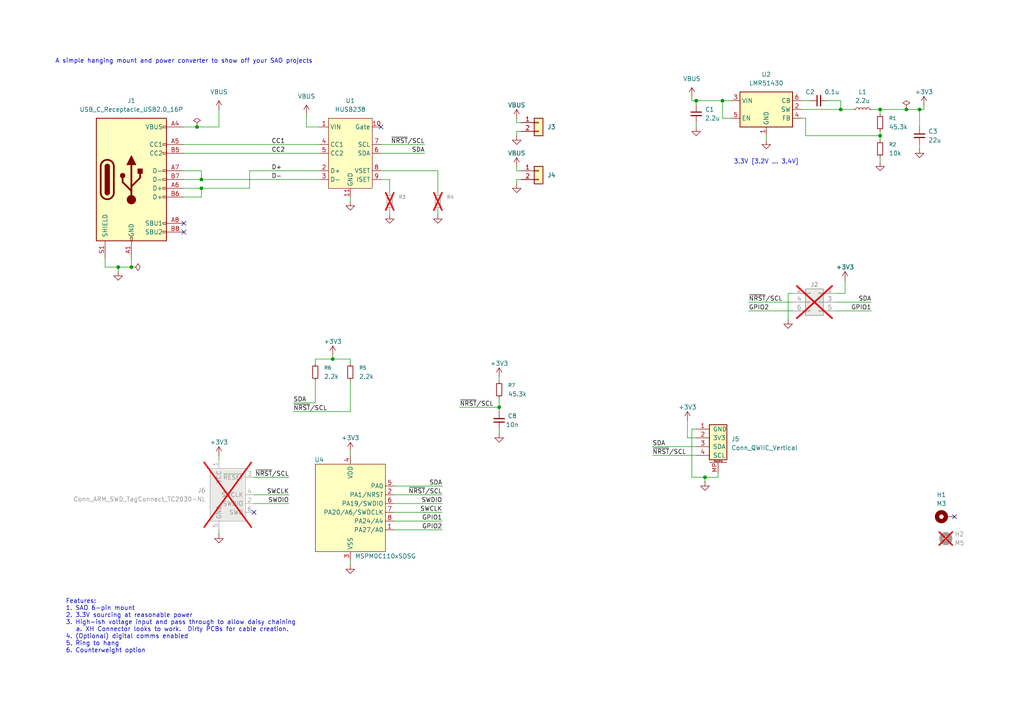
<source format=kicad_sch>
(kicad_sch (version 20250114) (generator "eeschema") (generator_version "9.0")
  (paper "A4")
  (lib_symbols
    (symbol "Connector:Conn_ARM_SWD_TagConnect_TC2030-NL" (in_bom no)
      (property "Reference" "J" (at 2.54 11.43 0))
      (property "Value" "Conn_ARM_SWD_TagConnect_TC2030-NL" (at 2.54 8.89 0))
      (symbol "Conn_ARM_SWD_TagConnect_TC2030-NL_0_0"
        (pin power_in line (at -2.54 10.16 270) (length 2.54) (name "VCC") (number "1"))
        (pin power_in line (at -2.54 -10.16 90) (length 2.54) (name "GND") (number "5"))
        (pin open_collector line (at 7.62 5.08 180) (length 2.54) (name "~{RESET}") (number "3"))
        (pin output line (at 7.62 0 180) (length 2.54) (name "SWCLK") (number "4"))
        (pin bidirectional line (at 7.62 -2.54 180) (length 2.54) (name "SWDIO") (number "2"))
        (pin input line (at 7.62 -5.08 180) (length 2.54) (name "SWO") (number "6"))
      )
      (symbol "Conn_ARM_SWD_TagConnect_TC2030-NL_0_1"
        (rectangle (start -5.08 7.62) (end 5.08 -7.62) (fill (type background)))
      )
    )
    (symbol "Connector:USB_C_Receptacle_USB2.0_16P" (pin_names (offset 1.016))
      (property "Reference" "J" (at 0 22.225 0))
      (property "Value" "USB_C_Receptacle_USB2.0_16P" (at 0 19.685 0))
      (symbol "USB_C_Receptacle_USB2.0_16P_0_0"
        (rectangle (start -0.254 -17.78) (end 0.254 -16.764))
        (rectangle (start 10.16 15.494) (end 9.144 14.986))
        (rectangle (start 10.16 10.414) (end 9.144 9.906))
        (rectangle (start 10.16 7.874) (end 9.144 7.366))
        (rectangle (start 10.16 2.794) (end 9.144 2.286))
        (rectangle (start 10.16 0.254) (end 9.144 -0.254))
        (rectangle (start 10.16 -2.286) (end 9.144 -2.794))
        (rectangle (start 10.16 -4.826) (end 9.144 -5.334))
        (rectangle (start 10.16 -12.446) (end 9.144 -12.954))
        (rectangle (start 10.16 -14.986) (end 9.144 -15.494))
      )
      (symbol "USB_C_Receptacle_USB2.0_16P_0_1"
        (rectangle (start -10.16 17.78) (end 10.16 -17.78) (stroke (width 0.254)) (fill (type background)))
        (polyline (pts (xy -8.89 -3.81) (xy -8.89 3.81)) (stroke (width 0.508)))
        (rectangle (start -7.62 -3.81) (end -6.35 3.81) (stroke (width 0.254)) (fill (type outline)))
        (arc (start -7.62 3.81) (mid -6.985 4.4423) (end -6.35 3.81) (stroke (width 0.254)))
        (arc (start -7.62 3.81) (mid -6.985 4.4423) (end -6.35 3.81) (stroke (width 0.254)) (fill (type outline)))
        (arc (start -8.89 3.81) (mid -6.985 5.7067) (end -5.08 3.81) (stroke (width 0.508)))
        (arc (start -5.08 -3.81) (mid -6.985 -5.7067) (end -8.89 -3.81) (stroke (width 0.508)))
        (arc (start -6.35 -3.81) (mid -6.985 -4.4423) (end -7.62 -3.81) (stroke (width 0.254)))
        (arc (start -6.35 -3.81) (mid -6.985 -4.4423) (end -7.62 -3.81) (stroke (width 0.254)) (fill (type outline)))
        (polyline (pts (xy -5.08 3.81) (xy -5.08 -3.81)) (stroke (width 0.508)))
        (circle (center -2.54 1.143) (radius 0.635) (stroke (width 0.254)) (fill (type outline)))
        (polyline (pts (xy -1.27 4.318) (xy 0 6.858) (xy 1.27 4.318) (xy -1.27 4.318)) (stroke (width 0.254)) (fill (type outline)))
        (polyline (pts (xy 0 -2.032) (xy 2.54 0.508) (xy 2.54 1.778)) (stroke (width 0.508)))
        (polyline (pts (xy 0 -3.302) (xy -2.54 -0.762) (xy -2.54 0.508)) (stroke (width 0.508)))
        (polyline (pts (xy 0 -5.842) (xy 0 4.318)) (stroke (width 0.508)))
        (circle (center 0 -5.842) (radius 1.27) (fill (type outline)))
        (rectangle (start 1.905 1.778) (end 3.175 3.048) (stroke (width 0.254)) (fill (type outline)))
      )
      (symbol "USB_C_Receptacle_USB2.0_16P_1_1"
        (pin passive line (at -7.62 -22.86 90) (length 5.08) (name "SHIELD") (number "S1"))
        (pin passive line (at 0 -22.86 90) (length 5.08) (name "GND") (number "A1"))
        (pin passive line (at 0 -22.86 90) (length 5.08) (hide yes) (name "GND") (number "A12"))
        (pin passive line (at 0 -22.86 90) (length 5.08) (hide yes) (name "GND") (number "B1"))
        (pin passive line (at 0 -22.86 90) (length 5.08) (hide yes) (name "GND") (number "B12"))
        (pin passive line (at 15.24 15.24 180) (length 5.08) (name "VBUS") (number "A4"))
        (pin passive line (at 15.24 15.24 180) (length 5.08) (hide yes) (name "VBUS") (number "A9"))
        (pin passive line (at 15.24 15.24 180) (length 5.08) (hide yes) (name "VBUS") (number "B4"))
        (pin passive line (at 15.24 15.24 180) (length 5.08) (hide yes) (name "VBUS") (number "B9"))
        (pin bidirectional line (at 15.24 10.16 180) (length 5.08) (name "CC1") (number "A5"))
        (pin bidirectional line (at 15.24 7.62 180) (length 5.08) (name "CC2") (number "B5"))
        (pin bidirectional line (at 15.24 2.54 180) (length 5.08) (name "D-") (number "A7"))
        (pin bidirectional line (at 15.24 0 180) (length 5.08) (name "D-") (number "B7"))
        (pin bidirectional line (at 15.24 -2.54 180) (length 5.08) (name "D+") (number "A6"))
        (pin bidirectional line (at 15.24 -5.08 180) (length 5.08) (name "D+") (number "B6"))
        (pin bidirectional line (at 15.24 -12.7 180) (length 5.08) (name "SBU1") (number "A8"))
        (pin bidirectional line (at 15.24 -15.24 180) (length 5.08) (name "SBU2") (number "B8"))
      )
    )
    (symbol "Connector_Generic:Conn_01x02" (pin_names (offset 1.016) (hide yes))
      (property "Reference" "J" (at 0 2.54 0))
      (property "Value" "Conn_01x02" (at 0 -5.08 0))
      (symbol "Conn_01x02_1_1"
        (rectangle (start -1.27 1.27) (end 1.27 -3.81) (stroke (width 0.254)) (fill (type background)))
        (rectangle (start -1.27 0.127) (end 0 -0.127) (stroke (width 0.1524)))
        (rectangle (start -1.27 -2.413) (end 0 -2.667) (stroke (width 0.1524)))
        (pin passive line (at -5.08 0 0) (length 3.81) (name "Pin_1") (number "1"))
        (pin passive line (at -5.08 -2.54 0) (length 3.81) (name "Pin_2") (number "2"))
      )
    )
    (symbol "Connector_Generic:Conn_02x03_Odd_Even" (pin_names (offset 1.016) (hide yes))
      (property "Reference" "J" (at 1.27 5.08 0))
      (property "Value" "Conn_02x03_Odd_Even" (at 1.27 -5.08 0))
      (symbol "Conn_02x03_Odd_Even_1_1"
        (rectangle (start -1.27 3.81) (end 3.81 -3.81) (stroke (width 0.254)) (fill (type background)))
        (rectangle (start -1.27 2.667) (end 0 2.413) (stroke (width 0.1524)))
        (rectangle (start -1.27 0.127) (end 0 -0.127) (stroke (width 0.1524)))
        (rectangle (start -1.27 -2.413) (end 0 -2.667) (stroke (width 0.1524)))
        (rectangle (start 3.81 2.667) (end 2.54 2.413) (stroke (width 0.1524)))
        (rectangle (start 3.81 0.127) (end 2.54 -0.127) (stroke (width 0.1524)))
        (rectangle (start 3.81 -2.413) (end 2.54 -2.667) (stroke (width 0.1524)))
        (pin passive line (at -5.08 2.54 0) (length 3.81) (name "Pin_1") (number "1"))
        (pin passive line (at -5.08 0 0) (length 3.81) (name "Pin_3") (number "3"))
        (pin passive line (at -5.08 -2.54 0) (length 3.81) (name "Pin_5") (number "5"))
        (pin passive line (at 7.62 2.54 180) (length 3.81) (name "Pin_2") (number "2"))
        (pin passive line (at 7.62 0 180) (length 3.81) (name "Pin_4") (number "4"))
        (pin passive line (at 7.62 -2.54 180) (length 3.81) (name "Pin_6") (number "6"))
      )
    )
    (symbol "Device:C_Small" (pin_numbers (hide yes)) (pin_names (offset 0.254) (hide yes))
      (property "Reference" "C" (at 0.254 1.778 0))
      (property "Value" "C_Small" (at 0.254 -2.032 0))
      (symbol "C_Small_0_1"
        (polyline (pts (xy -1.524 0.508) (xy 1.524 0.508)) (stroke (width 0.3048)))
        (polyline (pts (xy -1.524 -0.508) (xy 1.524 -0.508)) (stroke (width 0.3302)))
      )
      (symbol "C_Small_1_1"
        (pin passive line (at 0 2.54 270) (length 2.032) (name "~") (number "1"))
        (pin passive line (at 0 -2.54 90) (length 2.032) (name "~") (number "2"))
      )
    )
    (symbol "Device:L_Small" (pin_numbers (hide yes)) (pin_names (offset 0.254) (hide yes))
      (property "Reference" "L" (at 0.762 1.016 0))
      (property "Value" "L_Small" (at 0.762 -1.016 0))
      (symbol "L_Small_0_1"
        (arc (start 0 2.032) (mid 0.5058 1.524) (end 0 1.016))
        (arc (start 0 1.016) (mid 0.5058 0.508) (end 0 0))
        (arc (start 0 0) (mid 0.5058 -0.508) (end 0 -1.016))
        (arc (start 0 -1.016) (mid 0.5058 -1.524) (end 0 -2.032))
      )
      (symbol "L_Small_1_1"
        (pin passive line (at 0 2.54 270) (length 0.508) (name "~") (number "1"))
        (pin passive line (at 0 -2.54 90) (length 0.508) (name "~") (number "2"))
      )
    )
    (symbol "Device:R_Small" (pin_numbers (hide yes)) (pin_names (offset 0.254) (hide yes))
      (property "Reference" "R" (at 0 0 90))
      (property "Value" "R_Small" (at 1.778 0 90))
      (symbol "R_Small_0_1"
        (rectangle (start -0.762 1.778) (end 0.762 -1.778) (stroke (width 0.2032)))
      )
      (symbol "R_Small_1_1"
        (pin passive line (at 0 2.54 270) (length 0.762) (name "~") (number "1"))
        (pin passive line (at 0 -2.54 90) (length 0.762) (name "~") (number "2"))
      )
    )
    (symbol "Interface_USB:HUSB238_002DD"
      (property "Reference" "U" (at 0 12.7 0))
      (property "Value" "HUSB238" (at 0 10.16 0))
      (symbol "HUSB238_002DD_1_1"
        (rectangle (start -6.35 7.62) (end 6.35 -12.7) (fill (type background)))
        (pin power_in line (at -8.89 5.08 0) (length 2.54) (name "VIN") (number "1"))
        (pin input line (at -8.89 0 0) (length 2.54) (name "CC1") (number "4"))
        (pin input line (at -8.89 -2.54 0) (length 2.54) (name "CC2") (number "5"))
        (pin input line (at -8.89 -7.62 0) (length 2.54) (name "D+") (number "2"))
        (pin input line (at -8.89 -10.16 0) (length 2.54) (name "D-") (number "3"))
        (pin power_in line (at 0 -15.24 90) (length 2.54) (name "GND") (number "11"))
        (pin input line (at 8.89 5.08 180) (length 2.54) (name "Gate") (number "10"))
        (pin input line (at 8.89 0 180) (length 2.54) (name "SCL") (number "7"))
        (pin input line (at 8.89 -2.54 180) (length 2.54) (name "SDA") (number "6"))
        (pin input line (at 8.89 -7.62 180) (length 2.54) (name "VSET") (number "8"))
        (pin input line (at 8.89 -10.16 180) (length 2.54) (name "ISET") (number "9"))
      )
    )
    (symbol "Mechanical:MountingHole" (pin_names (offset 1.016)) (in_bom no)
      (property "Reference" "H" (at 0 5.08 0))
      (property "Value" "MountingHole" (at 0 3.175 0))
      (symbol "MountingHole_0_1"
        (circle (center 0 0) (radius 1.27) (stroke (width 1.27)))
      )
    )
    (symbol "Mechanical:MountingHole_Pad" (pin_numbers (hide yes)) (pin_names (offset 1.016) (hide yes)) (in_bom no)
      (property "Reference" "H" (at 0 6.35 0))
      (property "Value" "MountingHole_Pad" (at 0 4.445 0))
      (symbol "MountingHole_Pad_0_1"
        (circle (center 0 1.27) (radius 1.27) (stroke (width 1.27)))
      )
      (symbol "MountingHole_Pad_1_1"
        (pin input line (at 0 -2.54 90) (length 2.54) (name "1") (number "1"))
      )
    )
    (symbol "PartsBox:BM04B-SRSS-TBT(LF)(SN)" (pin_names (offset 1.016))
      (property "Reference" "J" (at 0 5.08 0))
      (property "Value" "Conn_QWIIC_Vertical" (at -5.08 10.16 0))
      (symbol "BM04B-SRSS-TBT(LF)(SN)_1_1"
        (rectangle (start -2.54 3.81) (end 2.54 -6.35) (stroke (width 0.254)) (fill (type background)))
        (polyline (pts (xy -2.54 -7.112) (xy 2.54 -7.112)) (stroke (width 0.1524)))
        (text "Mounting" (at 0 -6.731 0) (effects (font (size 0.381 0.381))))
        (pin passive line (at -6.35 2.54 0) (length 3.81) (name "GND") (number "1"))
        (pin passive line (at -6.35 0 0) (length 3.81) (name "3V3") (number "2"))
        (pin passive line (at -6.35 -2.54 0) (length 3.81) (name "SDA") (number "3"))
        (pin passive line (at -6.35 -5.08 0) (length 3.81) (name "SCL") (number "4"))
        (pin passive line (at 0 -10.16 90) (length 3.048) (name "") (number "MP"))
      )
    )
    (symbol "PartsBox:MSPM0C1104SDSGR"
      (property "Reference" "U" (at 0 0 0))
      (property "Value" "MSPM0C110xSDSG" (at 0 0 0))
      (symbol "MSPM0C1104SDSGR_1_1"
        (rectangle (start -10.16 11.43) (end 10.16 -13.97) (fill (type background)))
        (pin power_in line (at 0 13.97 270) (length 2.54) (name "VDD") (number "4"))
        (pin power_in line (at 0 -16.51 90) (length 2.54) (name "VSS") (number "3"))
        (pin passive line (at 0 -16.51 90) (length 2.54) (hide yes) (name "Thermal") (number "9"))
        (pin bidirectional line (at 12.7 5.08 180) (length 2.54) (name "PA0") (number "5"))
        (pin bidirectional line (at 12.7 2.54 180) (length 2.54) (name "PA1/NRST") (number "2"))
        (pin bidirectional line (at 12.7 0 180) (length 2.54) (name "PA19/SWDIO") (number "6"))
        (pin bidirectional line (at 12.7 -2.54 180) (length 2.54) (name "PA20/A6/SWDCLK") (number "7"))
        (pin bidirectional line (at 12.7 -5.08 180) (length 2.54) (name "PA24/A4") (number "8"))
        (pin input line (at 12.7 -7.62 180) (length 2.54) (name "PA27/A0") (number "1"))
      )
    )
    (symbol "Regulator_Switching:LMR51430"
      (property "Reference" "U" (at -7.62 6.35 0))
      (property "Value" "LMR51430" (at 0 6.35 0))
      (symbol "LMR51430_0_1"
        (rectangle (start -7.62 5.08) (end 7.62 -5.08) (stroke (width 0.254)) (fill (type background)))
      )
      (symbol "LMR51430_1_1"
        (pin power_in line (at -10.16 2.54 0) (length 2.54) (name "VIN") (number "3"))
        (pin input line (at -10.16 -2.54 0) (length 2.54) (name "EN") (number "5"))
        (pin power_in line (at 0 -7.62 90) (length 2.54) (name "GND") (number "1"))
        (pin passive line (at 10.16 2.54 180) (length 2.54) (name "CB") (number "6"))
        (pin power_out line (at 10.16 0 180) (length 2.54) (name "SW") (number "2"))
        (pin input line (at 10.16 -2.54 180) (length 2.54) (name "FB") (number "4"))
      )
    )
    (symbol "power:+3V3" (power) (pin_numbers (hide yes)) (pin_names (offset 0) (hide yes))
      (property "Value" "+3V3" (at 0 3.556 0))
      (symbol "+3V3_0_1"
        (polyline (pts (xy -0.762 1.27) (xy 0 2.54)))
        (polyline (pts (xy 0 2.54) (xy 0.762 1.27)))
        (polyline (pts (xy 0 0) (xy 0 2.54)))
      )
      (symbol "+3V3_1_1"
        (pin power_in line (at 0 0 90) (length 0) (name "~") (number "1"))
      )
    )
    (symbol "power:GND" (power) (pin_numbers (hide yes)) (pin_names (offset 0) (hide yes))
      (property "Value" "GND" (at 0 -3.81 0))
      (symbol "GND_0_1"
        (polyline (pts (xy 0 0) (xy 0 -1.27) (xy 1.27 -1.27) (xy 0 -2.54) (xy -1.27 -1.27) (xy 0 -1.27)))
      )
      (symbol "GND_1_1"
        (pin power_in line (at 0 0 270) (length 0) (name "~") (number "1"))
      )
    )
    (symbol "power:PWR_FLAG" (power) (pin_numbers (hide yes)) (pin_names (offset 0) (hide yes))
      (property "Value" "PWR_FLAG" (at 0 3.81 0))
      (symbol "PWR_FLAG_0_0"
        (pin power_out line (at 0 0 90) (length 0) (name "~") (number "1"))
      )
      (symbol "PWR_FLAG_0_1"
        (polyline (pts (xy 0 0) (xy 0 1.27) (xy -1.016 1.905) (xy 0 2.54) (xy 1.016 1.905) (xy 0 1.27)))
      )
    )
    (symbol "power:VBUS" (power) (pin_numbers (hide yes)) (pin_names (offset 0) (hide yes))
      (property "Value" "VBUS" (at 0 3.556 0))
      (symbol "VBUS_0_1"
        (polyline (pts (xy -0.762 1.27) (xy 0 2.54)))
        (polyline (pts (xy 0 2.54) (xy 0.762 1.27)))
        (polyline (pts (xy 0 0) (xy 0 2.54)))
      )
      (symbol "VBUS_1_1"
        (pin power_in line (at 0 0 90) (length 0) (name "~") (number "1"))
      )
    )
  )
  (text "A simple hanging mount and power converter to show off your SAO projects" (at 53.34 17.78 0) (effects (font (size 1.27 1.27))))
  (text "Features:\n1. SAO 6-pin mount\n2. 3.3V sourcing at reasonable power\n3. High-ish voltage input and pass through to allow daisy chaining\n   a. XH Connector looks to work.  Dirty PCBs for cable creation.\n4. (Optional) digital comms enabled\n5. Ring to hang\n6. Counterweight option" (at 19.05 181.61 0) (effects (font (size 1.27 1.27)) (justify left)))
  (text "3.3V [3.2V ... 3.4V]" (at 222.25 46.99 0) (effects (font (size 1.27 1.27))))
  (junction (at 243.84 31.75))
  (junction (at 255.27 31.75))
  (junction (at 201.93 29.21))
  (junction (at 144.78 118.11))
  (junction (at 209.55 29.21))
  (junction (at 96.52 104.14))
  (junction (at 255.27 39.37))
  (junction (at 266.7 31.75))
  (junction (at 38.1 77.47))
  (junction (at 34.29 77.47))
  (junction (at 204.47 138.43))
  (junction (at 58.42 52.07))
  (junction (at 57.15 36.83))
  (junction (at 58.42 54.61))
  (junction (at 262.89 31.75))
  (no_connect (at 53.34 67.31))
  (no_connect (at 53.34 64.77))
  (no_connect (at 73.66 148.59))
  (no_connect (at 110.49 36.83))
  (no_connect (at 276.86 149.86))
  (wire (pts (xy 110.49 41.91) (xy 123.19 41.91)))
  (wire (pts (xy 53.34 36.83) (xy 57.15 36.83)))
  (wire (pts (xy 217.17 90.17) (xy 229.87 90.17)))
  (wire (pts (xy 255.27 31.75) (xy 252.73 31.75)))
  (wire (pts (xy 114.3 151.13) (xy 128.27 151.13)))
  (wire (pts (xy 189.23 132.08) (xy 201.93 132.08)))
  (wire (pts (xy 114.3 148.59) (xy 128.27 148.59)))
  (wire (pts (xy 101.6 105.41) (xy 101.6 104.14)))
  (wire (pts (xy 73.66 138.43) (xy 83.82 138.43)))
  (wire (pts (xy 73.66 143.51) (xy 83.82 143.51)))
  (wire (pts (xy 101.6 119.38) (xy 101.6 110.49)))
  (wire (pts (xy 72.39 49.53) (xy 72.39 54.61)))
  (wire (pts (xy 234.95 29.21) (xy 232.41 29.21)))
  (wire (pts (xy 34.29 77.47) (xy 38.1 77.47)))
  (wire (pts (xy 217.17 87.63) (xy 229.87 87.63)))
  (wire (pts (xy 199.39 121.92) (xy 199.39 127)))
  (wire (pts (xy 58.42 54.61) (xy 72.39 54.61)))
  (wire (pts (xy 127 49.53) (xy 127 55.88)))
  (wire (pts (xy 92.71 49.53) (xy 72.39 49.53)))
  (wire (pts (xy 201.93 124.46) (xy 200.66 124.46)))
  (wire (pts (xy 255.27 39.37) (xy 255.27 38.1)))
  (wire (pts (xy 91.44 104.14) (xy 96.52 104.14)))
  (wire (pts (xy 144.78 109.22) (xy 144.78 110.49)))
  (wire (pts (xy 127 60.96) (xy 127 62.23)))
  (wire (pts (xy 201.93 35.56) (xy 201.93 36.83)))
  (wire (pts (xy 113.03 60.96) (xy 113.03 62.23)))
  (wire (pts (xy 245.11 81.28) (xy 245.11 85.09)))
  (wire (pts (xy 114.3 153.67) (xy 128.27 153.67)))
  (wire (pts (xy 85.09 116.84) (xy 91.44 116.84)))
  (wire (pts (xy 255.27 33.02) (xy 255.27 31.75)))
  (wire (pts (xy 209.55 34.29) (xy 209.55 29.21)))
  (wire (pts (xy 53.34 52.07) (xy 58.42 52.07)))
  (wire (pts (xy 149.86 38.1) (xy 149.86 39.37)))
  (wire (pts (xy 245.11 85.09) (xy 242.57 85.09)))
  (wire (pts (xy 151.13 52.07) (xy 149.86 52.07)))
  (wire (pts (xy 63.5 132.08) (xy 63.5 133.35)))
  (wire (pts (xy 73.66 146.05) (xy 83.82 146.05)))
  (wire (pts (xy 114.3 140.97) (xy 128.27 140.97)))
  (wire (pts (xy 209.55 29.21) (xy 212.09 29.21)))
  (wire (pts (xy 38.1 77.47) (xy 38.1 74.93)))
  (wire (pts (xy 149.86 49.53) (xy 151.13 49.53)))
  (wire (pts (xy 266.7 31.75) (xy 262.89 31.75)))
  (wire (pts (xy 58.42 52.07) (xy 92.71 52.07)))
  (wire (pts (xy 200.66 138.43) (xy 204.47 138.43)))
  (wire (pts (xy 204.47 138.43) (xy 208.28 138.43)))
  (wire (pts (xy 113.03 52.07) (xy 113.03 55.88)))
  (wire (pts (xy 96.52 104.14) (xy 101.6 104.14)))
  (wire (pts (xy 30.48 74.93) (xy 30.48 77.47)))
  (wire (pts (xy 101.6 162.56) (xy 101.6 163.83)))
  (wire (pts (xy 96.52 102.87) (xy 96.52 104.14)))
  (wire (pts (xy 240.03 29.21) (xy 243.84 29.21)))
  (wire (pts (xy 63.5 36.83) (xy 63.5 31.75)))
  (wire (pts (xy 53.34 41.91) (xy 92.71 41.91)))
  (wire (pts (xy 267.97 31.75) (xy 266.7 31.75)))
  (wire (pts (xy 144.78 118.11) (xy 144.78 119.38)))
  (wire (pts (xy 228.6 85.09) (xy 229.87 85.09)))
  (wire (pts (xy 114.3 146.05) (xy 128.27 146.05)))
  (wire (pts (xy 267.97 30.48) (xy 267.97 31.75)))
  (wire (pts (xy 63.5 153.67) (xy 63.5 154.94)))
  (wire (pts (xy 53.34 44.45) (xy 92.71 44.45)))
  (wire (pts (xy 189.23 129.54) (xy 201.93 129.54)))
  (wire (pts (xy 53.34 54.61) (xy 58.42 54.61)))
  (wire (pts (xy 255.27 45.72) (xy 255.27 46.99)))
  (wire (pts (xy 200.66 124.46) (xy 200.66 138.43)))
  (wire (pts (xy 149.86 35.56) (xy 151.13 35.56)))
  (wire (pts (xy 149.86 48.26) (xy 149.86 49.53)))
  (wire (pts (xy 233.68 39.37) (xy 255.27 39.37)))
  (wire (pts (xy 88.9 33.02) (xy 88.9 36.83)))
  (wire (pts (xy 58.42 57.15) (xy 58.42 54.61)))
  (wire (pts (xy 243.84 29.21) (xy 243.84 31.75)))
  (wire (pts (xy 149.86 52.07) (xy 149.86 53.34)))
  (wire (pts (xy 110.49 52.07) (xy 113.03 52.07)))
  (wire (pts (xy 101.6 57.15) (xy 101.6 58.42)))
  (wire (pts (xy 232.41 31.75) (xy 243.84 31.75)))
  (wire (pts (xy 222.25 39.37) (xy 222.25 40.64)))
  (wire (pts (xy 133.35 118.11) (xy 144.78 118.11)))
  (wire (pts (xy 200.66 27.94) (xy 200.66 29.21)))
  (wire (pts (xy 53.34 49.53) (xy 58.42 49.53)))
  (wire (pts (xy 53.34 57.15) (xy 58.42 57.15)))
  (wire (pts (xy 242.57 90.17) (xy 252.73 90.17)))
  (wire (pts (xy 242.57 87.63) (xy 252.73 87.63)))
  (wire (pts (xy 212.09 34.29) (xy 209.55 34.29)))
  (wire (pts (xy 255.27 39.37) (xy 255.27 40.64)))
  (wire (pts (xy 266.7 41.91) (xy 266.7 43.18)))
  (wire (pts (xy 151.13 38.1) (xy 149.86 38.1)))
  (wire (pts (xy 200.66 29.21) (xy 201.93 29.21)))
  (wire (pts (xy 262.89 31.75) (xy 255.27 31.75)))
  (wire (pts (xy 232.41 34.29) (xy 233.68 34.29)))
  (wire (pts (xy 199.39 127) (xy 201.93 127)))
  (wire (pts (xy 101.6 130.81) (xy 101.6 132.08)))
  (wire (pts (xy 91.44 104.14) (xy 91.44 105.41)))
  (wire (pts (xy 208.28 138.43) (xy 208.28 137.16)))
  (wire (pts (xy 110.49 44.45) (xy 123.19 44.45)))
  (wire (pts (xy 201.93 30.48) (xy 201.93 29.21)))
  (wire (pts (xy 85.09 119.38) (xy 101.6 119.38)))
  (wire (pts (xy 114.3 143.51) (xy 128.27 143.51)))
  (wire (pts (xy 88.9 36.83) (xy 92.71 36.83)))
  (wire (pts (xy 110.49 49.53) (xy 127 49.53)))
  (wire (pts (xy 91.44 116.84) (xy 91.44 110.49)))
  (wire (pts (xy 204.47 138.43) (xy 204.47 139.7)))
  (wire (pts (xy 149.86 34.29) (xy 149.86 35.56)))
  (wire (pts (xy 34.29 77.47) (xy 34.29 78.74)))
  (wire (pts (xy 57.15 36.83) (xy 63.5 36.83)))
  (wire (pts (xy 144.78 115.57) (xy 144.78 118.11)))
  (wire (pts (xy 233.68 34.29) (xy 233.68 39.37)))
  (wire (pts (xy 30.48 77.47) (xy 34.29 77.47)))
  (wire (pts (xy 144.78 125.73) (xy 144.78 124.46)))
  (wire (pts (xy 58.42 49.53) (xy 58.42 52.07)))
  (wire (pts (xy 228.6 92.71) (xy 228.6 85.09)))
  (wire (pts (xy 243.84 31.75) (xy 247.65 31.75)))
  (wire (pts (xy 201.93 29.21) (xy 209.55 29.21)))
  (wire (pts (xy 266.7 36.83) (xy 266.7 31.75)))
  (label "CC2" (at 78.74 44.45 0))
  (label "SWCLK" (at 128.27 148.59 180))
  (label "D-" (at 78.74 52.07 0))
  (label "SWDIO" (at 128.27 146.05 180))
  (label "SDA" (at 123.19 44.45 180))
  (label "GPIO1" (at 128.27 151.13 180))
  (label "SDA" (at 85.09 116.84 0))
  (label "GPIO2" (at 217.17 90.17 0))
  (label "~{NRST}{slash}SCL" (at 128.27 143.51 180))
  (label "GPIO2" (at 128.27 153.67 180))
  (label "~{NRST}{slash}SCL" (at 85.09 119.38 0))
  (label "~{NRST}{slash}SCL" (at 83.82 138.43 180))
  (label "SWDIO" (at 83.82 146.05 180))
  (label "~{NRST}{slash}SCL" (at 217.17 87.63 0))
  (label "~{NRST}{slash}SCL" (at 133.35 118.11 0))
  (label "SDA" (at 128.27 140.97 180))
  (label "SDA" (at 189.23 129.54 0))
  (label "CC1" (at 78.74 41.91 0))
  (label "~{NRST}{slash}SCL" (at 123.19 41.91 180))
  (label "D+" (at 78.74 49.53 0))
  (label "SDA" (at 252.73 87.63 180))
  (label "SWCLK" (at 83.82 143.51 180))
  (label "~{NRST}{slash}SCL" (at 189.23 132.08 0))
  (label "GPIO1" (at 252.73 90.17 180))
  (symbol (lib_id "power:GND") (at 144.78 125.73 0) (unit 1)
    (property "Reference" "#PWR027" (effects (hide yes)))
    (property "Value" "GND" (effects (hide yes)))
    (property "Description" "Power symbol creates a global label with name \"GND\" , ground" (effects (hide yes)))
  )
  (symbol (lib_id "Device:R_Small") (at 91.44 107.95 0) (unit 1)
    (property "Reference" "R6" (at 93.98 106.6799 0) (effects (font (size 1.016 1.016)) (justify left)))
    (property "Value" "2.2k" (at 93.98 109.2199 0) (effects (justify left)))
    (property "Footprint" "Resistor_SMD:R_0402_1005Metric" (effects (hide yes)))
    (property "Description" "Resistor, small symbol" (effects (hide yes)))
    (property "MPN" "RC0402FR-072K2L" (effects (hide yes)))
    (property "JLCPCB Part No." "C114762" (effects (hide yes)))
  )
  (symbol (lib_id "Device:C_Small") (at 144.78 121.92 180) (unit 1)
    (property "Reference" "C8" (at 148.59 120.65 0))
    (property "Value" "10n" (at 148.59 123.19 0))
    (property "Footprint" "Capacitor_SMD:C_0402_1005Metric" (effects (hide yes)))
    (property "Description" "Unpolarized capacitor, small symbol" (effects (hide yes)))
    (property "MPN" "CC0402KRX7R0BB103" (effects (hide yes)))
    (property "JLCPCB Part No." "C527014" (effects (hide yes)))
  )
  (symbol (lib_id "power:+3V3") (at 199.39 121.92 0) (unit 1)
    (property "Reference" "#PWR021" (effects (hide yes)))
    (property "Value" "+3V3" (at 199.39 118.11 0))
    (property "Description" "Power symbol creates a global label with name \"+3V3\"" (effects (hide yes)))
  )
  (symbol (lib_id "Connector_Generic:Conn_02x03_Odd_Even") (at 237.49 87.63 0) (mirror y) (unit 1) (dnp yes)
    (property "Reference" "J2" (at 236.22 82.55 0))
    (property "Value" "Conn_02x03_Odd_Even" (effects (hide yes)))
    (property "Footprint" "Connector_PinSocket_2.54mm:PinSocket_2x03_P2.54mm_Vertical" (effects (hide yes)))
    (property "Description" "Generic connector, double row, 02x03, odd/even pin numbering scheme (row 1 odd numbers, row 2 even numbers), script generated (kicad-library-utils/schlib/autogen/connector/)" (effects (hide yes)))
  )
  (symbol (lib_id "power:+3V3") (at 96.52 102.87 0) (unit 1)
    (property "Reference" "#PWR019" (effects (hide yes)))
    (property "Value" "+3V3" (at 96.52 99.06 0))
    (property "Description" "Power symbol creates a global label with name \"+3V3\"" (effects (hide yes)))
  )
  (symbol (lib_id "Device:R_Small") (at 113.03 58.42 0) (unit 1) (in_bom no) (dnp yes)
    (property "Reference" "R3" (at 115.57 57.1499 0) (effects (font (size 1.016 1.016)) (justify left)))
    (property "Value" "R_Small" (effects (hide yes)))
    (property "Footprint" "Resistor_SMD:R_0402_1005Metric" (effects (hide yes)))
    (property "Description" "Resistor, small symbol" (effects (hide yes)))
  )
  (symbol (lib_id "Connector_Generic:Conn_01x02") (at 156.21 49.53 0) (unit 1)
    (property "Reference" "J4" (at 158.75 50.8 0) (effects (justify left)))
    (property "Value" "Conn_01x02" (effects (hide yes)))
    (property "Footprint" "Connector_JST:JST_XH_B2B-XH-AM_1x02_P2.50mm_Vertical" (effects (hide yes)))
    (property "Datasheet" "https://www.jst-mfg.com/product/pdf/eng/eXH.pdf" (effects (hide yes)))
    (property "Description" "Generic connector, single row, 01x02, script generated (kicad-library-utils/schlib/autogen/connector/)" (effects (hide yes)))
    (property "MPN" "B2B-XH-AM(LF)(SN)" (effects (hide yes)))
    (property "FT Position Offset" "0.5715,0.762" (effects (hide yes)))
    (property "FT Rotation Offset" "180" (effects (hide yes)))
    (property "JLCPCB Part No." "C161869" (effects (hide yes)))
  )
  (symbol (lib_id "Mechanical:MountingHole_Pad") (at 274.32 149.86 90) (unit 1)
    (property "Reference" "H1" (at 273.05 143.51 90))
    (property "Value" "M3" (at 273.05 146.05 90))
    (property "Footprint" "SKEC_Footprints:Nut_M3_Sinhoo_SMTSO30xxyyy" (effects (hide yes)))
    (property "Description" "Mounting Hole with connection" (effects (hide yes)))
    (property "MPN" "SMTSO3050CTJ" (effects (hide yes)))
    (property "JLCPCB Part No." "C2915636" (effects (hide yes)))
  )
  (symbol (lib_id "power:GND") (at 113.03 62.23 0) (unit 1)
    (property "Reference" "#PWR017" (effects (hide yes)))
    (property "Value" "GND" (effects (hide yes)))
    (property "Description" "Power symbol creates a global label with name \"GND\" , ground" (effects (hide yes)))
  )
  (symbol (lib_id "Device:R_Small") (at 144.78 113.03 0) (unit 1)
    (property "Reference" "R7" (at 147.32 111.7599 0) (effects (font (size 1.016 1.016)) (justify left)))
    (property "Value" "45.3k" (at 147.32 114.2999 0) (effects (justify left)))
    (property "Footprint" "Resistor_SMD:R_0402_1005Metric" (effects (hide yes)))
    (property "Description" "Resistor, small symbol" (effects (hide yes)))
    (property "MPN" "RC0402FR-0745K3L" (effects (hide yes)))
    (property "JLCPCB Part No." "C137977" (effects (hide yes)))
  )
  (symbol (lib_id "power:GND") (at 222.25 40.64 0) (unit 1)
    (property "Reference" "#PWR09" (effects (hide yes)))
    (property "Value" "GND" (effects (hide yes)))
    (property "Description" "Power symbol creates a global label with name \"GND\" , ground" (effects (hide yes)))
  )
  (symbol (lib_id "power:PWR_FLAG") (at 262.89 31.75 0) (unit 1)
    (property "Reference" "#FLG01" (effects (hide yes)))
    (property "Value" "PWR_FLAG" (effects (hide yes)))
    (property "Description" "Special symbol for telling ERC where power comes from" (effects (hide yes)))
  )
  (symbol (lib_id "Device:R_Small") (at 255.27 43.18 0) (unit 1)
    (property "Reference" "R2" (at 257.81 41.9099 0) (effects (font (size 1.016 1.016)) (justify left)))
    (property "Value" "10k" (at 257.81 44.4499 0) (effects (justify left)))
    (property "Footprint" "Resistor_SMD:R_0402_1005Metric" (effects (hide yes)))
    (property "Description" "Resistor, small symbol" (effects (hide yes)))
    (property "MPN" "RC0402FR-0710KL" (effects (hide yes)))
    (property "JLCPCB Part No." "C60490" (effects (hide yes)))
  )
  (symbol (lib_id "power:VBUS") (at 200.66 27.94 0) (unit 1)
    (property "Reference" "#PWR011" (effects (hide yes)))
    (property "Value" "VBUS" (at 200.66 22.86 0))
    (property "Description" "Power symbol creates a global label with name \"VBUS\"" (effects (hide yes)))
  )
  (symbol (lib_id "Device:R_Small") (at 127 58.42 0) (unit 1) (in_bom no) (dnp yes)
    (property "Reference" "R4" (at 129.54 57.1499 0) (effects (font (size 1.016 1.016)) (justify left)))
    (property "Value" "R_Small" (effects (hide yes)))
    (property "Footprint" "Resistor_SMD:R_0402_1005Metric" (effects (hide yes)))
    (property "Description" "Resistor, small symbol" (effects (hide yes)))
  )
  (symbol (lib_id "Device:C_Small") (at 266.7 39.37 0) (unit 1)
    (property "Reference" "C3" (at 269.24 38.1062 0) (effects (justify left)))
    (property "Value" "22u" (at 269.24 40.6462 0) (effects (justify left)))
    (property "Footprint" "Capacitor_SMD:C_0603_1608Metric" (effects (hide yes)))
    (property "Description" "Unpolarized capacitor, small symbol" (effects (hide yes)))
    (property "JLCPCB Part No." "C2762594" (effects (hide yes)))
    (property "MPN" "CL10A226MO7JZNC" (effects (hide yes)))
  )
  (symbol (lib_id "Regulator_Switching:LMR51430") (at 222.25 31.75 0) (unit 1)
    (property "Reference" "U2" (at 222.25 21.59 0))
    (property "Value" "LMR51430" (at 222.25 24.13 0))
    (property "Footprint" "Package_TO_SOT_SMD:SOT-23-6" (effects (hide yes)))
    (property "Datasheet" "https://www.ti.com/lit/ds/symlink/lmr51430.pdf" (effects (hide yes)))
    (property "Description" "4.5-V to 36-V, 3-A synchronous buck converter with 40-µA IQ, SOT-23-6" (effects (hide yes)))
    (property "MPN" "LMR51430YFDDCR" (effects (hide yes)))
    (property "FT Rotation Offset" "90" (effects (hide yes)))
    (property "JLCPCB Part No." "C5219261" (effects (hide yes)))
  )
  (symbol (lib_id "power:VBUS") (at 88.9 33.02 0) (unit 1)
    (property "Reference" "#PWR015" (effects (hide yes)))
    (property "Value" "VBUS" (at 88.9 27.94 0))
    (property "Description" "Power symbol creates a global label with name \"VBUS\"" (effects (hide yes)))
  )
  (symbol (lib_id "power:GND") (at 255.27 46.99 0) (unit 1)
    (property "Reference" "#PWR012" (effects (hide yes)))
    (property "Value" "GND" (effects (hide yes)))
    (property "Description" "Power symbol creates a global label with name \"GND\" , ground" (effects (hide yes)))
  )
  (symbol (lib_id "power:+3V3") (at 101.6 130.81 0) (unit 1)
    (property "Reference" "#PWR025" (effects (hide yes)))
    (property "Value" "+3V3" (at 101.6 127 0))
    (property "Description" "Power symbol creates a global label with name \"+3V3\"" (effects (hide yes)))
  )
  (symbol (lib_id "power:+3V3") (at 144.78 109.22 0) (unit 1)
    (property "Reference" "#PWR022" (effects (hide yes)))
    (property "Value" "+3V3" (at 144.78 105.41 0))
    (property "Description" "Power symbol creates a global label with name \"+3V3\"" (effects (hide yes)))
  )
  (symbol (lib_id "Device:R_Small") (at 101.6 107.95 0) (unit 1)
    (property "Reference" "R5" (at 104.14 106.6799 0) (effects (font (size 1.016 1.016)) (justify left)))
    (property "Value" "2.2k" (at 104.14 109.2199 0) (effects (justify left)))
    (property "Footprint" "Resistor_SMD:R_0402_1005Metric" (effects (hide yes)))
    (property "Description" "Resistor, small symbol" (effects (hide yes)))
    (property "MPN" "RC0402FR-072K2L" (effects (hide yes)))
    (property "JLCPCB Part No." "C114762" (effects (hide yes)))
  )
  (symbol (lib_id "Connector:USB_C_Receptacle_USB2.0_16P") (at 38.1 52.07 0) (unit 1)
    (property "Reference" "J1" (at 38.1 29.21 0))
    (property "Value" "USB_C_Receptacle_USB2.0_16P" (at 38.1 31.75 0))
    (property "Footprint" "Connector_USB:USB_C_Receptacle_G-Switch_GT-USB-7051x" (effects (hide yes)))
    (property "Datasheet" "https://www.usb.org/sites/default/files/documents/usb_type-c.zip" (effects (hide yes)))
    (property "Description" "USB 2.0-only 16P Type-C Receptacle connector" (effects (hide yes)))
    (property "MPN" "GT-USB-7051A" (effects (hide yes)))
    (property "JLCPCB Part No." "C2843970" (effects (hide yes)))
  )
  (symbol (lib_id "power:PWR_FLAG") (at 57.15 36.83 0) (unit 1)
    (property "Reference" "#FLG02" (effects (hide yes)))
    (property "Value" "PWR_FLAG" (effects (hide yes)))
    (property "Description" "Special symbol for telling ERC where power comes from" (effects (hide yes)))
  )
  (symbol (lib_id "power:GND") (at 149.86 53.34 0) (unit 1)
    (property "Reference" "#PWR08" (effects (hide yes)))
    (property "Value" "GND" (effects (hide yes)))
    (property "Description" "Power symbol creates a global label with name \"GND\" , ground" (effects (hide yes)))
  )
  (symbol (lib_id "power:GND") (at 101.6 58.42 0) (unit 1)
    (property "Reference" "#PWR016" (effects (hide yes)))
    (property "Value" "GND" (effects (hide yes)))
    (property "Description" "Power symbol creates a global label with name \"GND\" , ground" (effects (hide yes)))
  )
  (symbol (lib_id "Connector_Generic:Conn_01x02") (at 156.21 35.56 0) (unit 1)
    (property "Reference" "J3" (at 158.75 36.83 0) (effects (justify left)))
    (property "Value" "Conn_01x02" (effects (hide yes)))
    (property "Footprint" "Connector_JST:JST_XH_B2B-XH-AM_1x02_P2.50mm_Vertical" (effects (hide yes)))
    (property "Datasheet" "https://www.jst-mfg.com/product/pdf/eng/eXH.pdf" (effects (hide yes)))
    (property "Description" "Generic connector, single row, 01x02, script generated (kicad-library-utils/schlib/autogen/connector/)" (effects (hide yes)))
    (property "MPN" "B2B-XH-AM(LF)(SN)" (effects (hide yes)))
    (property "FT Position Offset" "0.5715,0.762" (effects (hide yes)))
    (property "FT Rotation Offset" "180" (effects (hide yes)))
    (property "JLCPCB Part No." "C161869" (effects (hide yes)))
  )
  (symbol (lib_id "Mechanical:MountingHole") (at 274.32 156.21 0) (unit 1) (in_bom no) (dnp yes)
    (property "Reference" "H2" (at 276.86 154.9399 0) (effects (justify left)))
    (property "Value" "M5" (at 276.86 157.4799 0) (effects (justify left)))
    (property "Footprint" "MountingHole:MountingHole_5.3mm_M5" (effects (hide yes)))
    (property "Description" "Mounting Hole without connection" (effects (hide yes)))
  )
  (symbol (lib_id "power:GND") (at 201.93 36.83 0) (unit 1)
    (property "Reference" "#PWR010" (effects (hide yes)))
    (property "Value" "GND" (effects (hide yes)))
    (property "Description" "Power symbol creates a global label with name \"GND\" , ground" (effects (hide yes)))
  )
  (symbol (lib_id "PartsBox:MSPM0C1104SDSGR") (at 101.6 146.05 0) (unit 1)
    (property "Reference" "U4" (at 93.98 133.35 0) (effects (justify right)))
    (property "Value" "MSPM0C110xSDSG" (at 120.65 161.29 0) (effects (justify right)))
    (property "Footprint" "Package_SON:WSON-8-1EP_2x2mm_P0.5mm_EP0.9x1.6mm_ThermalVias" (effects (hide yes)))
    (property "Datasheet" "https://partsbox.com/Icgefce9jnah499vnsnxx7aj8wx" (effects (hide yes)))
    (property "Description" "24MHz Arm® Cortex®-M0+ MCU with 16KB flash, 1KB SRAM, 12-bit ADC 8-WSON -40 to 125" (effects (hide yes)))
    (property "MPN" "MSPM0C1104SDSGR" (effects (hide yes)))
    (property "FT Rotation Offset" "-90" (effects (hide yes)))
    (property "Type" "Linked" (effects (hide yes)))
    (property "Manufacturer" "Texas Instruments" (effects (hide yes)))
    (property "PartsBox ID" "cgefce9jnah499vnsnxx7aj8wx" (effects (hide yes)))
    (property "JLCPCB Part No." "C35105978" (effects (hide yes)))
  )
  (symbol (lib_id "power:PWR_FLAG") (at 38.1 77.47 270) (unit 1)
    (property "Reference" "#FLG03" (effects (hide yes)))
    (property "Value" "PWR_FLAG" (effects (hide yes)))
    (property "Description" "Special symbol for telling ERC where power comes from" (effects (hide yes)))
  )
  (symbol (lib_id "Device:C_Small") (at 237.49 29.21 90) (unit 1)
    (property "Reference" "C2" (at 234.95 26.67 90))
    (property "Value" "0.1u" (at 241.3 26.67 90))
    (property "Footprint" "Capacitor_SMD:C_0402_1005Metric" (effects (hide yes)))
    (property "Description" "Unpolarized capacitor, small symbol" (effects (hide yes)))
    (property "MPN" "CC0402KRX5R9BB104" (effects (hide yes)))
    (property "Manufacturer" "YAGEO" (effects (hide yes)))
    (property "JLCPCB Part No." "C105882" (effects (hide yes)))
  )
  (symbol (lib_id "power:VBUS") (at 149.86 34.29 0) (unit 1)
    (property "Reference" "#PWR04" (effects (hide yes)))
    (property "Value" "VBUS" (at 149.86 30.48 0))
    (property "Description" "Power symbol creates a global label with name \"VBUS\"" (effects (hide yes)))
  )
  (symbol (lib_id "power:+3V3") (at 245.11 81.28 0) (unit 1)
    (property "Reference" "#PWR01" (effects (hide yes)))
    (property "Value" "+3V3" (at 245.11 77.47 0))
    (property "Description" "Power symbol creates a global label with name \"+3V3\"" (effects (hide yes)))
  )
  (symbol (lib_id "Interface_USB:HUSB238_002DD") (at 101.6 41.91 0) (unit 1)
    (property "Reference" "U1" (at 101.6 29.21 0))
    (property "Value" "HUSB238" (at 101.6 31.75 0))
    (property "Footprint" "Package_DFN_QFN:DFN-10-1EP_3x3mm_P0.5mm_EP1.65x2.38mm_ThermalVias" (effects (hide yes)))
    (property "Datasheet" "https://cdn-learn.adafruit.com/assets/assets/000/125/150/original/husb238_datasheet_full.pdf" (effects (hide yes)))
    (property "Description" "USB-PD Sink IC Port Controller, VBUS = 3..48V, USB Type-C rev. 2.1, USB-PD rev. 3.1, BC1.2, QC2.0, WQFN-16" (effects (hide yes)))
    (property "JLCPCB Part No." "C7471904" (effects (hide yes)))
  )
  (symbol (lib_id "power:GND") (at 34.29 78.74 0) (unit 1)
    (property "Reference" "#PWR03" (effects (hide yes)))
    (property "Value" "GND" (effects (hide yes)))
    (property "Description" "Power symbol creates a global label with name \"GND\" , ground" (effects (hide yes)))
  )
  (symbol (lib_id "power:GND") (at 228.6 92.71 0) (unit 1)
    (property "Reference" "#PWR02" (effects (hide yes)))
    (property "Value" "GND" (effects (hide yes)))
    (property "Description" "Power symbol creates a global label with name \"GND\" , ground" (effects (hide yes)))
  )
  (symbol (lib_id "Device:C_Small") (at 201.93 33.02 0) (unit 1)
    (property "Reference" "C1" (at 204.47 31.7562 0) (effects (justify left)))
    (property "Value" "2.2u" (at 204.47 34.2962 0) (effects (justify left)))
    (property "Footprint" "Capacitor_SMD:C_0603_1608Metric" (effects (hide yes)))
    (property "Description" "Unpolarized capacitor, small symbol" (effects (hide yes)))
    (property "MPN" "CL10A225KB8NNNC" (effects (hide yes)))
    (property "JLCPCB Part No." "C913904" (effects (hide yes)))
  )
  (symbol (lib_id "power:+3V3") (at 267.97 30.48 0) (unit 1)
    (property "Reference" "#PWR014" (effects (hide yes)))
    (property "Value" "+3V3" (at 267.97 26.67 0))
    (property "Description" "Power symbol creates a global label with name \"+3V3\"" (effects (hide yes)))
  )
  (symbol (lib_id "power:VBUS") (at 149.86 48.26 0) (unit 1)
    (property "Reference" "#PWR07" (effects (hide yes)))
    (property "Value" "VBUS" (at 149.86 44.45 0))
    (property "Description" "Power symbol creates a global label with name \"VBUS\"" (effects (hide yes)))
  )
  (symbol (lib_id "power:GND") (at 63.5 154.94 0) (unit 1)
    (property "Reference" "#PWR024" (effects (hide yes)))
    (property "Value" "GND" (effects (hide yes)))
    (property "Description" "Power symbol creates a global label with name \"GND\" , ground" (effects (hide yes)))
  )
  (symbol (lib_id "PartsBox:BM04B-SRSS-TBT(LF)(SN)") (at 208.28 127 0) (unit 1)
    (property "Reference" "J5" (at 212.09 127.3555 0) (effects (justify left)))
    (property "Value" "Conn_QWIIC_Vertical" (at 212.09 129.8955 0) (effects (justify left)))
    (property "Footprint" "Connector_JST:JST_SH_BM04B-SRSS-TB_1x04-1MP_P1.00mm_Vertical" (effects (hide yes)))
    (property "Datasheet" "https://partsbox.com/I4nga0y2dyjgrba8226q50sap03" (effects (hide yes)))
    (property "Description" "1.0mm Pitch, Ultra-Compact, Low Profile Design, Interchangeable Shrouded Header" (effects (hide yes)))
    (property "MPN" "BM04B-SRSS-TBT(LF)(SN)" (effects (hide yes)))
    (property "Digi-Key" "455-BM04B-SRSS-TBTCT-ND" (effects (hide yes)))
    (property "Type" "Linked" (effects (hide yes)))
    (property "Manufacturer" "JST" (effects (hide yes)))
    (property "FT Rotation Offset" "180" (effects (hide yes)))
    (property "FT Position Offset" "0,-0.381" (effects (hide yes)))
    (property "PartsBox ID" "4nga0y2dyjgrba8226q50sap03" (effects (hide yes)))
    (property "JLCPCB Part No." "C495539" (effects (hide yes)))
  )
  (symbol (lib_id "Device:L_Small") (at 250.19 31.75 90) (unit 1)
    (property "Reference" "L1" (at 250.19 26.67 90))
    (property "Value" "2.2u" (at 250.19 29.21 90))
    (property "Footprint" "Inductor_SMD:L_Changjiang_FXL0420" (effects (hide yes)))
    (property "Datasheet" "https://www.lcsc.com/datasheet/lcsc_datasheet_2504210940_cjiang--Changjiang-Microelectronics-Tech-FXL0420-2R2-M_C167206.pdf" (effects (hide yes)))
    (property "Description" "Inductor, small symbol" (effects (hide yes)))
    (property "MPN" "FXL0420-2R2-M" (effects (hide yes)))
    (property "JLCPCB Part No." "C167206" (effects (hide yes)))
  )
  (symbol (lib_id "Device:R_Small") (at 255.27 35.56 0) (unit 1)
    (property "Reference" "R1" (at 257.81 34.2899 0) (effects (font (size 1.016 1.016)) (justify left)))
    (property "Value" "45.3k" (at 257.81 36.8299 0) (effects (justify left)))
    (property "Footprint" "Resistor_SMD:R_0402_1005Metric" (effects (hide yes)))
    (property "Description" "Resistor, small symbol" (effects (hide yes)))
    (property "MPN" "RC0402FR-0745K3L" (effects (hide yes)))
    (property "JLCPCB Part No." "C137977" (effects (hide yes)))
  )
  (symbol (lib_id "power:GND") (at 149.86 39.37 0) (unit 1)
    (property "Reference" "#PWR06" (effects (hide yes)))
    (property "Value" "GND" (effects (hide yes)))
    (property "Description" "Power symbol creates a global label with name \"GND\" , ground" (effects (hide yes)))
  )
  (symbol (lib_id "power:GND") (at 101.6 163.83 0) (unit 1)
    (property "Reference" "#PWR023" (effects (hide yes)))
    (property "Value" "GND" (effects (hide yes)))
    (property "Description" "Power symbol creates a global label with name \"GND\" , ground" (effects (hide yes)))
  )
  (symbol (lib_id "power:+3V3") (at 63.5 132.08 0) (unit 1)
    (property "Reference" "#PWR026" (effects (hide yes)))
    (property "Value" "+3V3" (at 63.5 128.27 0))
    (property "Description" "Power symbol creates a global label with name \"+3V3\"" (effects (hide yes)))
  )
  (symbol (lib_id "power:GND") (at 266.7 43.18 0) (unit 1)
    (property "Reference" "#PWR013" (effects (hide yes)))
    (property "Value" "GND" (effects (hide yes)))
    (property "Description" "Power symbol creates a global label with name \"GND\" , ground" (effects (hide yes)))
  )
  (symbol (lib_id "power:GND") (at 204.47 139.7 0) (unit 1)
    (property "Reference" "#PWR020" (effects (hide yes)))
    (property "Value" "GND" (effects (hide yes)))
    (property "Description" "Power symbol creates a global label with name \"GND\" , ground" (effects (hide yes)))
  )
  (symbol (lib_id "power:GND") (at 127 62.23 0) (unit 1)
    (property "Reference" "#PWR018" (effects (hide yes)))
    (property "Value" "GND" (effects (hide yes)))
    (property "Description" "Power symbol creates a global label with name \"GND\" , ground" (effects (hide yes)))
  )
  (symbol (lib_id "power:VBUS") (at 63.5 31.75 0) (unit 1)
    (property "Reference" "#PWR05" (effects (hide yes)))
    (property "Value" "VBUS" (at 63.5 26.67 0))
    (property "Description" "Power symbol creates a global label with name \"VBUS\"" (effects (hide yes)))
  )
  (symbol (lib_id "Connector:Conn_ARM_SWD_TagConnect_TC2030-NL") (at 66.04 143.51 0) (unit 1) (in_bom no) (dnp yes)
    (property "Reference" "J6" (at 59.69 142.2399 0) (effects (justify right)))
    (property "Value" "Conn_ARM_SWD_TagConnect_TC2030-NL" (at 59.69 144.7799 0) (effects (justify right)))
    (property "Footprint" "Connector:Tag-Connect_TC2030-IDC-NL_2x03_P1.27mm_Vertical" (effects (hide yes)))
    (property "Datasheet" "https://www.tag-connect.com/wp-content/uploads/bsk-pdf-manager/TC2030-CTX_1.pdf" (effects (hide yes)))
    (property "Description" "Tag-Connect ARM Cortex SWD JTAG connector, 6 pin, no legs" (effects (hide yes)))
  )
)
</source>
